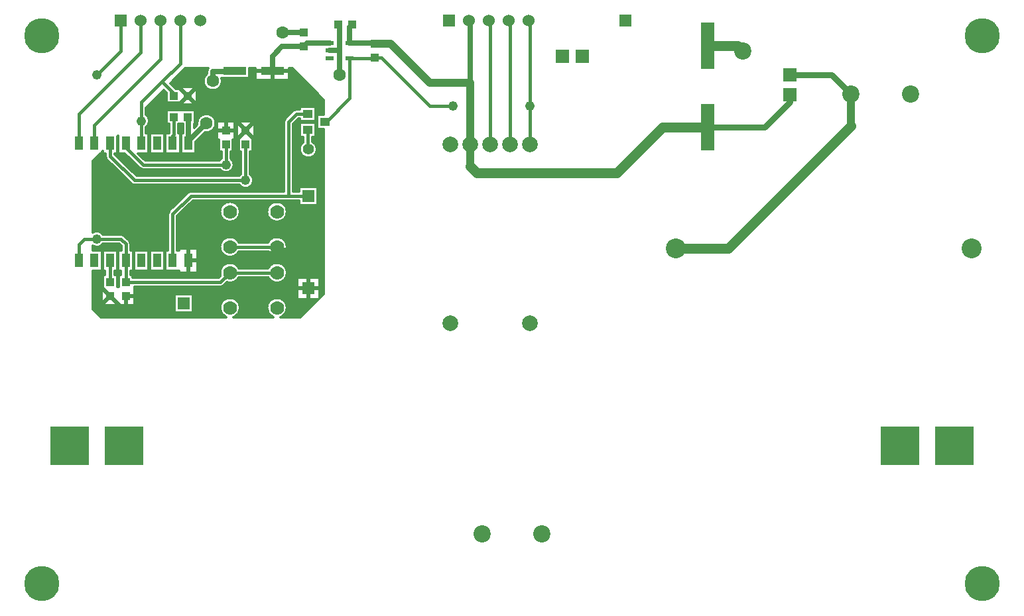
<source format=gbr>
G04 EasyPC Gerber Version 21.0.3 Build 4286 *
%FSLAX35Y35*%
%MOMM*%
%ADD22R,1.00000X1.09000*%
%ADD113R,1.10000X1.80000*%
%ADD123R,1.70000X6.00000*%
%ADD14R,1.52400X1.52400*%
%ADD117R,1.77800X1.77800*%
%ADD121R,5.00000X5.00000*%
%ADD110C,0.30000*%
%ADD72C,0.38100*%
%ADD112C,0.50000*%
%ADD125C,0.63500*%
%ADD154C,0.80000*%
%ADD124C,1.00000*%
%ADD127C,1.21920*%
%ADD126C,1.27000*%
%ADD73C,1.42240*%
%ADD114C,1.52400*%
%ADD128C,1.60000*%
%ADD18R,1.10000X0.60000*%
%ADD21R,1.09000X1.00000*%
%ADD23R,3.00000X1.00000*%
%ADD119C,1.77800*%
%ADD115C,2.00000*%
%ADD120C,2.20000*%
%ADD122R,1.21920X1.01600*%
%ADD116C,2.54000*%
%ADD118C,4.50000*%
X0Y0D02*
D02*
D14*
X1507650Y7706350D03*
X2315650Y4091670D03*
X3905650Y5461670D03*
X3906350Y4281670D03*
X5698350Y7701670D03*
X7955650Y7706350D03*
D02*
D18*
X4175650Y7226670D03*
Y7321670D03*
Y7416670D03*
X4435650Y7226670D03*
Y7416670D03*
D02*
D21*
X2186750Y6471670D03*
Y6741670D03*
X2364550Y6471670D03*
Y6741670D03*
X4286750Y7651670D03*
X4464550D03*
D02*
D22*
X1376350Y4182770D03*
Y4360570D03*
X1576350Y4182450D03*
Y4360250D03*
X2855650Y6122770D03*
Y6300570D03*
X3105650Y6122770D03*
Y6300570D03*
X3845650Y7372770D03*
Y7550570D03*
X4755650Y7232770D03*
Y7410570D03*
D02*
D23*
X2965650Y7061670D03*
X3445650D03*
D02*
D72*
X974830Y4637630D02*
Y4840850D01*
X1045650Y4911670*
X1205650*
X974830Y6137630D02*
Y6514850D01*
X1761650Y7301670*
Y7706350*
X1174830Y6137630D02*
Y6370850D01*
X2015650Y7211670*
Y7706350*
X1205650Y4911670D02*
X1514830D01*
X1374830Y4637630D02*
Y4362090D01*
X1376350Y4360570*
X1374830Y6137630D02*
Y5972490D01*
X1685650Y5661670*
X3105650*
X1507650Y7706350D02*
Y7313670D01*
X1205650Y7011670*
X1514830Y4911670D02*
X1574830Y4851670D01*
Y4637630*
X1576350Y4360250D02*
X2784930D01*
X2906350Y4481670*
X1576350Y4360250D02*
Y4636110D01*
X1574830Y4637630*
X1774830Y6137630D02*
Y6421670D01*
Y6661670*
X2035400Y6922240*
X2269650Y7156490*
Y7706350*
X2174830Y4637630D02*
Y5230850D01*
X2405650Y5461670*
X3655650*
X2174830Y6137630D02*
Y6233590D01*
X2186750Y6245510*
Y6471670*
Y6741670D02*
Y6770890D01*
X2035400Y6922240*
X2855650Y5861670D02*
Y6122770D01*
Y5861670D02*
X1795650D01*
X1574830Y6082490*
Y6137630*
X2905650Y4811670D02*
X3505650D01*
X2906350Y4481670D02*
X3506350D01*
X3105650Y5661670D02*
Y6122770D01*
X3655650Y5461670D02*
X3905650D01*
X3896430Y6310070D02*
Y6070890D01*
X3905650Y6061670*
X3896430Y6513270D02*
X3757250D01*
X3655650Y6411670*
Y5461670*
X4117410Y6411670D02*
X4135650D01*
X4435650Y6711670*
Y7226670*
X4749550*
X4755650Y7232770*
X4834550*
X5455650Y6611670*
X5755650*
X6225840Y6121080D02*
Y7682180D01*
X6206350Y7701670*
X6479840Y6121080D02*
Y7682180D01*
X6460350Y7701670*
X6735650Y6121080D02*
Y6611670D01*
Y7680370*
X6714350Y7701670*
D02*
D73*
X3905650Y6061670D03*
D02*
D110*
X1834280Y6590300D02*
Y6503760D01*
G75*
G02Y6339580I-59450J-82090*
G01*
Y6268070*
X1870250*
Y6007270*
X1734130*
X1820280Y5921120*
X2773560*
G75*
G02X2796200Y5943760I82080J-59440*
G01*
Y6027870*
X2765250*
Y6181070*
X2740650*
Y6420070*
X2970650*
Y6181070*
X2946050*
Y6027870*
X2915100*
Y5943760*
G75*
G02X2957010Y5861670I-59450J-82090*
G01*
G75*
G02X2773560Y5802220I-101360*
G01*
X1795670*
G75*
G02X1753610Y5819630I-20J59460*
G01*
X1565980Y6007270*
X1479450*
Y6235470*
X1470250Y6226270*
Y6007270*
X1434280*
Y5997120*
X1710280Y5721120*
X3023560*
G75*
G02X3046200Y5743760I82080J-59440*
G01*
Y6027870*
X3015250*
Y6181070*
X2990650*
Y6420070*
X3220650*
Y6181070*
X3196050*
Y6027870*
X3165100*
Y5743760*
G75*
G02X3207010Y5661670I-59450J-82090*
G01*
G75*
G02X3023560Y5602220I-101360*
G01*
X1685670*
G75*
G02X1643610Y5619630I-20J59460*
G01*
X1332790Y5930450*
G75*
G02X1315380Y5972490I42040J42040*
G01*
Y6007270*
X1279450*
Y6035470*
X1270250Y6026270*
Y6007270*
X1251250*
X1155650Y5911670*
Y4999840*
G75*
G02X1287740Y4971120I50000J-88170*
G01*
X1514830*
G75*
G02X1556870Y4953710I10J-59450*
G01*
X1616870Y4893710*
G75*
G02X1634280Y4851670I-42040J-42040*
G01*
Y4768070*
X1670250*
Y4507270*
X1639800*
Y4455170*
X1666750*
Y4419700*
X2760310*
X2783120Y4442520*
G75*
G02X3021170Y4541120I123230J39150*
G01*
X3391530*
G75*
G02X3635650Y4481670I114820J-59450*
G01*
G75*
G02X3391530Y4422220I-129300*
G01*
X3021170*
G75*
G02X2867200Y4358440I-114820J59450*
G01*
X2826970Y4318210*
G75*
G02X2784910Y4300800I-42040J42050*
G01*
X1691350*
Y4062970*
X1461350*
Y4063270*
X1261350*
Y4302270*
X1285950*
Y4455470*
X1311380*
Y4507270*
X1279450*
Y4768070*
X1470250*
Y4507270*
X1438280*
Y4455470*
X1466750*
Y4302270*
X1485950*
Y4455170*
X1512900*
Y4507270*
X1479450*
Y4768070*
X1515380*
Y4827050*
X1490210Y4852220*
X1287740*
G75*
G02X1155650Y4823500I-82090J59450*
G01*
Y4768070*
X1270250*
Y4507270*
X1155650*
Y4011670*
X1255650Y3911670*
X2858200*
G75*
G02X2777050Y4031670I48150J120000*
G01*
G75*
G02X3035650I129300*
G01*
G75*
G02X2954500Y3911670I-129300*
G01*
X3458200*
G75*
G02X3377050Y4031670I48150J120000*
G01*
G75*
G02X3635650I129300*
G01*
G75*
G02X3554500Y3911670I-129300*
G01*
X3805650*
X4034450Y4140470*
X3765150*
Y4422870*
X4047550*
Y4153570*
X4105650Y4211670*
Y6320470*
X4016050*
Y6502870*
X4105650*
Y6691670*
X3705650Y7091670*
X3660650*
Y6946670*
X3230650*
Y7091670*
X3156050*
Y6971270*
X2799350*
G75*
G02X2806050Y6931670I-113700J-39600*
G01*
G75*
G02X2565250I-120400*
G01*
G75*
G02X2613500Y7028060I120400*
G01*
Y7051670*
G75*
G02X2625600Y7091670I72150*
G01*
X2335650*
X2142850Y6898870*
X2209650Y6832070*
X2245050*
Y6856670*
X2484050*
Y6626670*
X2245050*
Y6651270*
X2091850*
Y6781720*
X2058770Y6814790*
X1834280Y6590300*
X2485250Y6391670D02*
G75*
G02X2726050I120400D01*
G01*
G75*
G02X2588510Y6272500I-120400*
G01*
X2470250Y6154230*
Y6007270*
X2279450*
Y6268070*
X2302680*
Y6381270*
X2246200*
Y6268070*
X2270250*
Y6007270*
X2079450*
Y6268070*
X2126400*
G75*
G02X2127300Y6269300I48450J-34510*
G01*
Y6381270*
X2091850*
Y6562070*
X2459450*
Y6381270*
X2446980*
Y6335040*
X2486480Y6374530*
G75*
G02X2485250Y6391670I119190J17170*
G01*
X1879450Y6268070D02*
X2070250D01*
Y6007270*
X1879450*
Y6268070*
Y4768070D02*
X2070250D01*
Y4507270*
X1879450*
Y4768070*
X3789050Y5578270D02*
X4022250D01*
Y5345070*
X3789050*
Y5402220*
X2430280*
X2234280Y5206230*
Y4768070*
X2254850*
Y4792670*
X2494850*
Y4482670*
X2254850*
Y4507270*
X2079450*
Y4768070*
X2115380*
Y5230850*
G75*
G02X2132790Y5272890I59450*
G01*
X2363610Y5503710*
G75*
G02X2405670Y5521120I42040J-42050*
G01*
X3596200*
Y6411670*
G75*
G02X3613610Y6453710I59450*
G01*
X3715210Y6555310*
G75*
G02X3757270Y6572720I42040J-42050*
G01*
X3795050*
Y6604470*
X3997750*
Y6422070*
X3795050*
Y6453820*
X3781880*
X3715100Y6387050*
Y5521120*
X3789050*
Y5578270*
X3955880Y6161240D02*
G75*
G02X4017170Y6061670I-50230J-99570D01*
G01*
G75*
G02X3794130I-111520*
G01*
G75*
G02X3836980Y6149540I111520*
G01*
Y6218870*
X3795050*
Y6401270*
X3997750*
Y6218870*
X3955880*
Y6161240*
X3390830Y4871120D02*
G75*
G02X3634950Y4811670I114820J-59450D01*
G01*
G75*
G02X3390830Y4752220I-129300*
G01*
X3020470*
G75*
G02X2776350Y4811670I-114820J59450*
G01*
G75*
G02X3020470Y4871120I129300*
G01*
X3390830*
X2776350Y5261670D02*
G75*
G02X3034950I129300D01*
G01*
G75*
G02X2776350I-129300*
G01*
X3376350D02*
G75*
G02X3634950I129300D01*
G01*
G75*
G02X3376350I-129300*
G01*
X1679450Y4768070D02*
X1870250D01*
Y4507270*
X1679450*
Y4768070*
X2199050Y4208270D02*
X2432250D01*
Y3975070*
X2199050*
Y4208270*
X2791810Y4091670D02*
G36*
X2432250D01*
Y3975070*
X2199050*
Y4091670*
X1691350*
Y4062970*
X1461350*
Y4063270*
X1261350*
Y4091670*
X1170650*
Y3996670*
X1240650Y3926670*
X2830890*
G75*
G02X2777050Y4031670I75460J105000*
G01*
G75*
G02X2791810Y4091670I129300J10*
G01*
G37*
X3391810D02*
G36*
X3020890D01*
G75*
G02X3035650Y4031670I-114540J-59990*
G01*
G75*
G02X2981810Y3926670I-129300*
G01*
X3430890*
G75*
G02X3377050Y4031670I75460J105000*
G01*
G75*
G02X3391810Y4091670I129300J10*
G01*
G37*
X3985650D02*
G36*
X3620890D01*
G75*
G02X3635650Y4031670I-114540J-59990*
G01*
G75*
G02X3581810Y3926670I-129300*
G01*
X3820650*
X3985650Y4091670*
G37*
X1261350D02*
G36*
Y4302270D01*
X1285950*
Y4455470*
X1311380*
Y4507270*
X1279450*
Y4637670*
X1270250*
Y4507270*
X1170650*
Y4091670*
X1261350*
G37*
X1479450Y4637670D02*
G36*
X1470250D01*
Y4507270*
X1438280*
Y4455470*
X1466750*
Y4302270*
X1485950*
Y4455170*
X1512900*
Y4507270*
X1479450*
Y4637670*
G37*
X4090650Y4196670D02*
G36*
Y4637670D01*
X2494850*
Y4482670*
X2254850*
Y4507270*
X2079450*
Y4637670*
X2070250*
Y4507270*
X1879450*
Y4637670*
X1870250*
Y4507270*
X1679450*
Y4637670*
X1670250*
Y4507270*
X1639800*
Y4455170*
X1666750*
Y4419700*
X2760310*
X2783120Y4442520*
G75*
G02X2777050Y4481670I123220J39150*
G01*
G75*
G02X3021170Y4541120I129300*
G01*
X3391530*
G75*
G02X3635650Y4481670I114820J-59450*
G01*
G75*
G02X3391530Y4422220I-129300*
G01*
X3021170*
G75*
G02X2867200Y4358440I-114820J59440*
G01*
X2826970Y4318210*
G75*
G02X2784910Y4300800I-42040J42050*
G01*
X1691350*
Y4091670*
X2199050*
Y4208270*
X2432250*
Y4091670*
X2791810*
G75*
G02X3020890I114540J-60000*
G01*
X3391810*
G75*
G02X3620890I114540J-60000*
G01*
X3985650*
X4034450Y4140470*
X3765150*
Y4422870*
X4047550*
Y4153570*
X4090650Y4196670*
G37*
X1479450Y4637670D02*
G36*
Y4768070D01*
X1515380*
Y4811670*
X1222220*
G75*
G02X1189080I-16570J100000*
G01*
X1170650*
Y4768070*
X1270250*
Y4637670*
X1279450*
Y4768070*
X1470250*
Y4637670*
X1479450*
G37*
X2079450D02*
G36*
Y4768070D01*
X2115380*
Y4811670*
X1634280*
Y4768070*
X1670250*
Y4637670*
X1679450*
Y4768070*
X1870250*
Y4637670*
X1879450*
Y4768070*
X2070250*
Y4637670*
X2079450*
G37*
X3634950Y4811670D02*
G36*
G75*
G02X3390830Y4752220I-129300D01*
G01*
X3020470*
G75*
G02X2776350Y4811670I-114820J59450*
G01*
X2234280*
Y4768070*
X2254850*
Y4792670*
X2494850*
Y4637670*
X4090650*
Y4811670*
X3634950*
G37*
X1189080D02*
G36*
G75*
G02X1170650Y4816540I16560J99960D01*
G01*
Y4811670*
X1189080*
G37*
X2123990Y5261670D02*
G36*
X1170650D01*
Y5006800*
G75*
G02X1287740Y4971120I35000J-95110*
G01*
X1514830*
G75*
G02X1556870Y4953710I20J-59420*
G01*
X1616870Y4893710*
G75*
G02X1634280Y4851690I-42010J-42020*
G01*
G75*
G02Y4851670I-63660J-10*
G01*
Y4811670*
X2115380*
Y5230850*
G75*
G02Y5230870I63660J10*
G01*
G75*
G02X2123990Y5261670I59420J-10*
G01*
G37*
X1515380Y4811670D02*
G36*
Y4827050D01*
X1490210Y4852220*
X1287740*
G75*
G02X1222220Y4811670I-82090J59430*
G01*
X1515380*
G37*
X2289720Y5261670D02*
G36*
X2234280Y5206230D01*
Y4811670*
X2776350*
G75*
G02X3020470Y4871120I129300*
G01*
X3390830*
G75*
G02X3634950Y4811670I114820J-59450*
G01*
X4090650*
Y5261670*
X3634950*
G75*
G02X3376350I-129300*
G01*
X3034950*
G75*
G02X2776350I-129300*
G01*
X2289720*
G37*
X3596200Y6137670D02*
G36*
X3196050D01*
Y6027870*
X3165100*
Y5743760*
G75*
G02X3207010Y5661690I-59400J-82070*
G01*
G75*
G02Y5661670I-88150J-10*
G01*
G75*
G02X3023560Y5602220I-101360*
G01*
X1685670*
G75*
G02X1643610Y5619630I-20J59460*
G01*
X1332790Y5930450*
G75*
G02X1315380Y5972470I42010J42020*
G01*
G75*
G02Y5972490I63660J10*
G01*
Y6007270*
X1279450*
Y6035470*
X1270250Y6026270*
Y6007270*
X1251250*
X1170650Y5926670*
Y5261670*
X2123990*
G75*
G02X2132790Y5272890I50810J-30790*
G01*
X2363610Y5503710*
G75*
G02X2405670Y5521120I42040J-42050*
G01*
X3596200*
Y6137670*
G37*
X2765250D02*
G36*
X2470250D01*
Y6007270*
X2279450*
Y6137670*
X2270250*
Y6007270*
X2079450*
Y6137670*
X2070250*
Y6007270*
X1879450*
Y6137670*
X1870250*
Y6007270*
X1734130*
X1820280Y5921120*
X2773560*
G75*
G02X2796200Y5943760I82060J-59420*
G01*
Y6027870*
X2765250*
Y6137670*
G37*
X3015250D02*
G36*
X2946050D01*
Y6027870*
X2915100*
Y5943760*
G75*
G02X2957010Y5861690I-59400J-82070*
G01*
G75*
G02Y5861670I-88150J-10*
G01*
G75*
G02X2773560Y5802220I-101360*
G01*
X1795670*
G75*
G02X1753610Y5819630I-20J59460*
G01*
X1565980Y6007270*
X1479450*
Y6137670*
X1470250*
Y6007270*
X1434280*
Y5997120*
X1710280Y5721120*
X3023560*
G75*
G02X3046200Y5743760I82060J-59420*
G01*
Y6027870*
X3015250*
Y6137670*
G37*
X3987260D02*
G36*
G75*
G02X4017170Y6061670I-81620J-76010D01*
G01*
G75*
G02X3794130I-111520*
G01*
G75*
G02Y6061680I95490J10*
G01*
G75*
G02X3824030Y6137670I111500J10*
G01*
X3715100*
Y5521120*
X3789050*
Y5578270*
X4022250*
Y5345070*
X3789050*
Y5402220*
X2430280*
X2289720Y5261670*
X2776350*
G75*
G02X3034950I129300*
G01*
X3376350*
G75*
G02X3634950I129300*
G01*
X4090650*
Y6137670*
X3987260*
G37*
X1479450D02*
G36*
Y6235470D01*
X1470250Y6226270*
Y6137670*
X1479450*
G37*
X2079450D02*
G36*
Y6268070D01*
X2126400*
G75*
G02X2127300Y6269300I79900J-57520*
G01*
Y6284670*
X1834280*
Y6268070*
X1870250*
Y6137670*
X1879450*
Y6268070*
X2070250*
Y6137670*
X2079450*
G37*
X2302680Y6284670D02*
G36*
X2246200D01*
Y6268070*
X2270250*
Y6137670*
X2279450*
Y6268070*
X2302680*
Y6284670*
G37*
X2740650D02*
G36*
X2660840D01*
G75*
G02X2588510Y6272500I-55190J107010*
G01*
X2470250Y6154230*
Y6137670*
X2765250*
Y6181070*
X2740650*
Y6284670*
G37*
X2990650D02*
G36*
X2970650D01*
Y6181070*
X2946050*
Y6137670*
X3015250*
Y6181070*
X2990650*
Y6284670*
G37*
X3596200D02*
G36*
X3220650D01*
Y6181070*
X3196050*
Y6137670*
X3596200*
Y6284670*
G37*
X3795050D02*
G36*
X3715100D01*
Y6137670*
X3824030*
G75*
G02X3836980Y6149540I81600J-76030*
G01*
Y6218870*
X3795050*
Y6284670*
G37*
X3997750D02*
G36*
Y6218870D01*
X3955880*
Y6161240*
G75*
G02X3987260Y6137670I-50240J-99560*
G01*
X4090650*
Y6284670*
X3997750*
G37*
X2302680D02*
G36*
Y6381270D01*
X2246200*
Y6284670*
X2302680*
G37*
X4090650Y6320470D02*
G36*
X4016050D01*
Y6502870*
X4090650*
Y6706670*
X3720650Y7076670*
X3660650*
Y6946670*
X3230650*
Y7076670*
X3156050*
Y6971270*
X2799350*
G75*
G02X2806050Y6931670I-113920J-39640*
G01*
G75*
G02X2565250I-120400*
G01*
G75*
G02X2613500Y7028060I120420J-10*
G01*
Y7051670*
G75*
G02X2617970Y7076670I72180J-10*
G01*
X2320650*
X2142850Y6898870*
X2209650Y6832070*
X2245050*
Y6856670*
X2484050*
Y6626670*
X2245050*
Y6651270*
X2091850*
Y6781720*
X2058770Y6814790*
X1834280Y6590300*
Y6503760*
G75*
G02X1876190Y6421670I-59440J-82090*
G01*
G75*
G02X1834280Y6339580I-101350*
G01*
Y6284670*
X2127300*
Y6381270*
X2091850*
Y6562070*
X2459450*
Y6381270*
X2446980*
Y6335040*
X2486480Y6374530*
G75*
G02X2485250Y6391670I119690J17200*
G01*
G75*
G02X2726050I120400*
G01*
G75*
G02X2660840Y6284670I-120410J10*
G01*
X2740650*
Y6420070*
X2970650*
Y6284670*
X2990650*
Y6420070*
X3220650*
Y6284670*
X3596200*
Y6411670*
G75*
G02Y6411690I63660J10*
G01*
G75*
G02X3613610Y6453710I59420*
G01*
X3715210Y6555310*
G75*
G02X3757270Y6572720I42040J-42050*
G01*
X3795050*
Y6604470*
X3997750*
Y6422070*
X3795050*
Y6453820*
X3781880*
X3715100Y6387050*
Y6284670*
X3795050*
Y6401270*
X3997750*
Y6284670*
X4090650*
Y6320470*
G37*
D02*
D112*
X1344030Y4150450D02*
X1251350Y4057770D01*
X1344030Y4215090D02*
X1251350Y4307770D01*
X1408670Y4150450D02*
X1501350Y4057770D01*
X1576350Y4152950D02*
Y4052970D01*
X1601350Y4182450D02*
X1701350D01*
X2332230Y6709350D02*
X2239550Y6616670D01*
X2332230Y6773990D02*
X2239550Y6866670D01*
X2374830Y4572630D02*
Y4472670D01*
Y4702630D02*
Y4802670D01*
X2396870Y6709350D02*
X2489550Y6616670D01*
X2396870Y6773990D02*
X2489550Y6866670D01*
X2404830Y4637630D02*
X2504850D01*
X2830650Y6300570D02*
X2730650D01*
X2855650Y6330070D02*
Y6430070D01*
X2880650Y6300570D02*
X2980650D01*
X3073330Y6268250D02*
X2980650Y6175570D01*
X3073330Y6332890D02*
X2980650Y6425570D01*
X3137970Y6268250D02*
X3230650Y6175570D01*
X3137970Y6332890D02*
X3230650Y6425570D01*
X3320650Y7061670D02*
X3220650D01*
X3445650Y7036670D02*
Y6936670D01*
X3570650Y7061670D02*
X3670650D01*
X3855150Y4281670D02*
X3755150D01*
X3906350Y4230470D02*
Y4130470D01*
Y4332870D02*
Y4432870D01*
X3957550Y4281670D02*
X4057550D01*
D02*
D113*
X974830Y4637630D03*
Y6137630D03*
X1174830Y4637630D03*
Y6137630D03*
X1374830Y4637630D03*
Y6137630D03*
X1574830Y4637630D03*
Y6137630D03*
X1774830Y4637630D03*
Y6137630D03*
X1974830Y4637630D03*
Y6137630D03*
X2174830Y4637630D03*
Y6137630D03*
X2374830Y4637630D03*
Y6137630D03*
D02*
D114*
X1761650Y7706350D03*
X2015650D03*
X2269650D03*
X2523650D03*
X5952350Y7701670D03*
X6206350D03*
X6460350D03*
X6714350D03*
D02*
D115*
X5717840Y3835080D03*
Y6121080D03*
X5971840D03*
X6225840D03*
X6479840D03*
X6733840Y3835080D03*
X6735650Y6121080D03*
D02*
D116*
X8593790Y4791240D03*
X12375790D03*
D02*
D117*
X7151650Y7251670D03*
X7405650D03*
X10055650Y6757670D03*
Y7011670D03*
D02*
D118*
X506350Y506350D03*
Y7506350D03*
X12506350Y506350D03*
Y7506350D03*
D02*
D119*
X2905650Y4811670D03*
Y5261670D03*
X2906350Y4031670D03*
Y4481670D03*
X3505650Y4811670D03*
Y5261670D03*
X3506350Y4031670D03*
Y4481670D03*
D02*
D120*
X6125350Y1141670D03*
X6887350D03*
X9455650Y7311670D03*
X10834650Y6761670D03*
X11596650D03*
D02*
D121*
X856350Y2271670D03*
X1556350D03*
X11456350D03*
X12156350D03*
D02*
D122*
X3896430Y6310070D03*
Y6513270D03*
X4117410Y6411670D03*
D02*
D123*
X9005650Y6341670D03*
Y7381670D03*
D02*
D124*
X4755650Y7410570D02*
X4956750D01*
X5455650Y6911670*
X5971840*
Y6121080D02*
Y5845480D01*
Y6121080D02*
Y6911670D01*
X10834650Y6361670D02*
Y6761670D01*
D02*
D125*
X2374830Y6137630D02*
Y6160850D01*
X2605650Y6391670*
X2374830Y6137630D02*
Y6461390D01*
X2364550Y6471670*
X2965650Y7061670D02*
Y7051670D01*
X2685650*
Y6931670*
X3445650Y7061670D02*
Y7251670D01*
X3566750Y7372770*
X3845650*
Y7550570D02*
X3575650D01*
X4175650Y7321670D02*
X4304250D01*
X4305650Y7323070*
X4175650Y7416670D02*
X3889550D01*
X3845650Y7372770*
X4286750Y7651670D02*
X4305650Y7632770D01*
Y7323070*
Y7321670*
Y7011670*
X4435650Y7416670D02*
Y7622770D01*
X4464550Y7651670*
X4435650Y7416670D02*
X4749550D01*
X4755650Y7410570*
X5971840Y6911670D02*
Y7682180D01*
X5952350Y7701670*
D02*
D126*
X5971840Y5845480D02*
X6055650Y5761670D01*
X7845650*
X8425650Y6341670*
X9005650*
X8593790Y4791240D02*
X9004220D01*
X9264220*
X10834650Y6361670*
X9005650Y7381670D02*
X9385650D01*
X9455650Y7311670*
D02*
D127*
X1205650Y4911670D03*
Y7011670D03*
X1774830Y6421670D03*
X2855650Y5861670D03*
X3105650Y5661670D03*
X5755650Y6611670D03*
X6735650D03*
D02*
D128*
X2605650Y6391670D03*
X2685650Y6931670D03*
X3575650Y7550570D03*
X4305650Y7011670D03*
D02*
D154*
X9005650Y6341670D02*
X9735650D01*
X10055650Y6661670*
Y6757670*
Y7011670D02*
X10584650D01*
X10834650Y6761670*
X0Y0D02*
M02*

</source>
